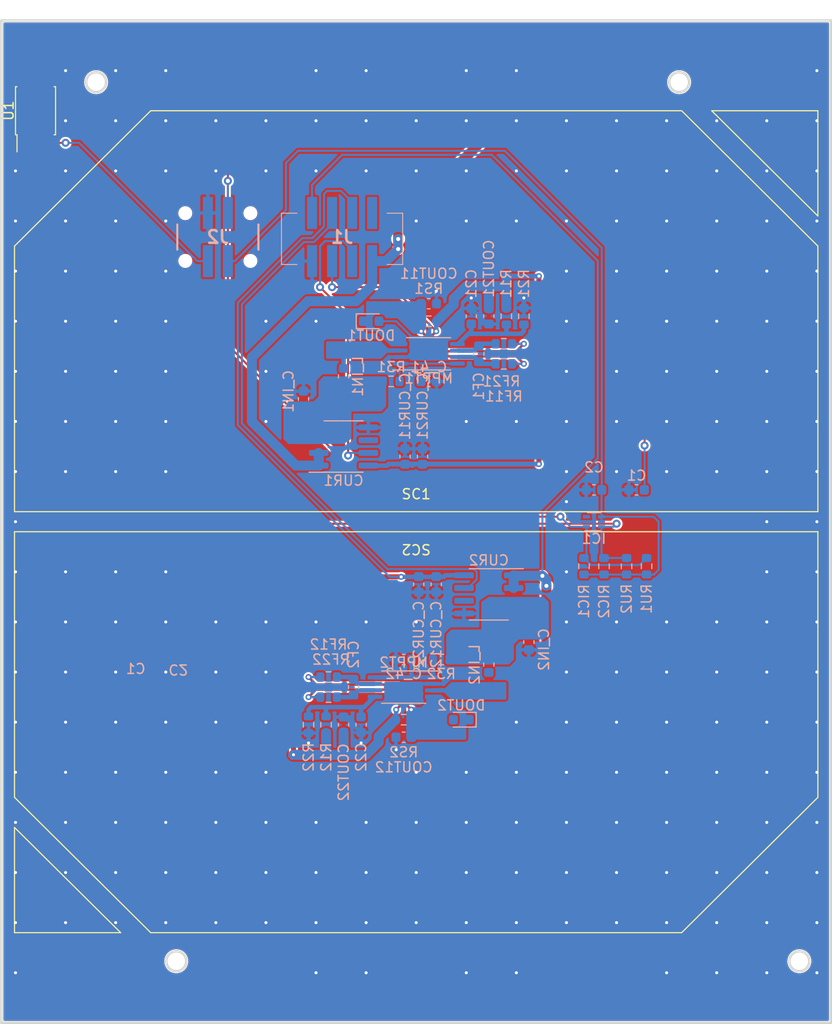
<source format=kicad_pcb>
(kicad_pcb (version 20211014) (generator pcbnew)
  (layers (0 "F.Cu" signal) (31 "B.Cu" signal) (34 "B.Paste" user) (35 "F.Paste" user) (36 "B.SilkS" user "B.Silkscreen") (37 "F.SilkS" user "F.Silkscreen") (38 "B.Mask" user) (39 "F.Mask" user) (44 "Edge.Cuts" user))
  (net 0 "")
  (net 1 "GND")
  (net 2 "/Sensors/VBAT")
  (net 3 "/+3V3")
  (net 4 "/SCL")
  (net 6 "/SDA")
  (net 7 "Net-(C21-Pad1)")
  (net 8 "Net-(C22-Pad1)")
  (net 9 "Net-(CF2-Pad1)")
  (net 10 "Net-(CF1-Pad1)")
  (net 11 "/SC1_V+")
  (net 12 "/SC1_I+")
  (net 13 "/MPPT1")
  (net 14 "Net-(CF1-Pad2)")
  (net 15 "/MPPT2")
  (net 16 "/SC2_I+")
  (net 17 "/SC2_V+")
  (net 18 "Net-(CF2-Pad2)")
  (net 21 "Net-(C_41-Pad2)")
  (net 22 "Net-(C_42-Pad2)")
  (net 23 "/SolarMPPT/MPPT1_OUT")
  (net 24 "/SolarMPPT/MPPT2_OUT")
  (net 25 "/SolarMPPT/CUR1_OUT")
  (net 26 "/SolarMPPT/CUR2_OUT")
  (net 27 "/SolarMPPT/MPPT1_IN")
  (net 28 "/SolarMPPT/MPPT2_IN")
  (net 29 "/TEMP+")
  (footprint "STS_Connector:3G30A_40x80" (layer "F.Cu") (at 125 110.5 180)
    (fp_text reference "SC2")
    (fp_text value "Solar_Cell")
  )
  (footprint "Package_SO:SO-4_4.4x3.6mm_P2.54mm" (layer "F.Cu") (at 87 48.5 90)
    (fp_text reference "U1")
    (fp_text value "GUVA-C32SM")
  )
  (footprint "USER_OUTLINE:OUTLINE_SidepanelY+" (layer "F.Cu") (at 125 89.5)
    (fp_text reference "Outline1" hide)
    (fp_text value "OUTLINE_Sidepanel")
    (fp_line (start -41.4 50) (end 41.4 50) (layer "Edge.Cuts") (width 0.25))
    (fp_line (start 41.4 -50) (end 41.4 50) (layer "Edge.Cuts") (width 0.25))
    (fp_line (start -41.4 -50) (end -41.4 50) (layer "Edge.Cuts") (width 0.25))
    (fp_line (start -41.4 -50) (end 41.4 -50) (layer "Edge.Cuts") (width 0.25))
    (fp_circle (center 26.25 -43.85) (end 27.25 -43.85) (layer "Edge.Cuts") (width 0.25) (fill none))
    (fp_circle (center -23.95 43.85) (end -22.95 43.85) (layer "Edge.Cuts") (width 0.25) (fill none))
    (fp_circle (center -31.95 -43.85) (end -30.95 -43.85) (layer "Edge.Cuts") (width 0.25) (fill none))
    (fp_circle (center 38.25 43.85) (end 39.25 43.85) (layer "Edge.Cuts") (width 0.25) (fill none))
  )
  (footprint "STS_Connector:3G30A_40x80" (layer "F.Cu") (at 125 68.5)
    (fp_text reference "SC1")
    (fp_text value "Solar_Cell")
  )
  (footprint "Resistor_SMD:R_0603_1608Metric" (layer "B.Cu") (at 114.25 109.75 90)
    (fp_text reference "R22")
    (fp_text value "tbd")
  )
  (footprint "Resistor_SMD:R_0603_1608Metric" (layer "B.Cu") (at 135.75 69 -90)
    (fp_text reference "R21")
    (fp_text value "tbd")
  )
  (footprint "Inductor_SMD:L_0603_1608Metric" (layer "B.Cu") (at 117.75 75 90)
    (fp_text reference "L_IN1")
    (fp_text value "10u")
  )
  (footprint "STS_Connector:M808280842" (layer "B.Cu") (at 117.6 61.1 180)
    (fp_text reference "J1")
    (fp_text value "Conn_02x04_Odd_Even" hide)
  )
  (footprint "Resistor_SMD:R_0603_1608Metric" (layer "B.Cu") (at 116.25 105)
    (fp_text reference "RF12")
    (fp_text value "1k")
  )
  (footprint "Capacitor_SMD:C_0603_1608Metric" (layer "B.Cu") (at 147 86.325 180)
    (fp_text reference "C1")
    (fp_text value "1u")
  )
  (footprint "Capacitor_SMD:C_0603_1608Metric" (layer "B.Cu") (at 142.75 86.325)
    (fp_text reference "C2")
    (fp_text value "1u")
  )
  (footprint "Capacitor_SMD:C_0603_1608Metric" (layer "B.Cu") (at 113.75 77.25 90)
    (fp_text reference "C_IN1")
    (fp_text value "10u")
  )
  (footprint "Package_TO_SOT_SMD:SOT-563" (layer "B.Cu") (at 142.75 89.5)
    (fp_text reference "IC1")
    (fp_text value "TMP112AQDRLRQ1")
  )
  (footprint "Resistor_SMD:R_0603_1608Metric" (layer "B.Cu") (at 116.25 107)
    (fp_text reference "RF22")
    (fp_text value "1k")
  )
  (footprint "Package_SO:SOIC-8_3.9x4.9mm_P1.27mm" (layer "B.Cu") (at 132.25 96.75 180)
    (fp_text reference "CUR2")
    (fp_text value "TMCS1101A3BQDT")
  )
  (footprint "Diode_SMD:D_0603_1608Metric" (layer "B.Cu") (at 129.5 109.25 180)
    (fp_text reference "DOUT2")
    (fp_text value "SMM4F5.0")
  )
  (footprint "Capacitor_SMD:C_0603_1608Metric" (layer "B.Cu") (at 117.75 109.75 90)
    (fp_text reference "COUT22")
    (fp_text value "10u")
  )
  (footprint "Capacitor_SMD:C_0603_1608Metric" (layer "B.Cu") (at 132.25 69 -90)
    (fp_text reference "COUT21")
    (fp_text value "10u")
  )
  (footprint "Capacitor_SMD:C_0603_1608Metric" (layer "B.Cu") (at 123.75 111 180)
    (fp_text reference "COUT12")
    (fp_text value "4u7")
  )
  (footprint "Resistor_SMD:R_0603_1608Metric" (layer "B.Cu") (at 134 69 90)
    (fp_text reference "R11")
    (fp_text value "1M")
  )
  (footprint "Capacitor_SMD:C_0603_1608Metric" (layer "B.Cu") (at 118.75 106 90)
    (fp_text reference "CF2")
    (fp_text value "1u")
  )
  (footprint "Capacitor_SMD:C_0603_1608Metric" (layer "B.Cu") (at 125.635 83 90)
    (fp_text reference "C_CUR21")
    (fp_text value "10u")
  )
  (footprint "Resistor_SMD:R_0603_1608Metric" (layer "B.Cu") (at 146 93.945 90)
    (fp_text reference "RU2")
    (fp_text value "4k7")
  )
  (footprint "Diode_SMD:D_0603_1608Metric" (layer "B.Cu") (at 120.5 69.5)
    (fp_text reference "DOUT1")
    (fp_text value "SMM4F5.0")
  )
  (footprint "Resistor_SMD:R_0603_1608Metric" (layer "B.Cu") (at 126.25 69.5 180)
    (fp_text reference "RS1")
    (fp_text value "0R01")
  )
  (footprint "Package_SO:TSSOP-8_4.4x3mm_P0.65mm" (layer "B.Cu") (at 126.25 72.75)
    (fp_text reference "MPPT1")
    (fp_text value "SPV1040TTR")
  )
  (footprint "Capacitor_SMD:C_0603_1608Metric" (layer "B.Cu") (at 127 95.75 90)
    (fp_text reference "C_CUR12")
    (fp_text value "100n")
  )
  (footprint "Capacitor_SMD:C_0603_1608Metric" (layer "B.Cu") (at 131.25 72.75 -90)
    (fp_text reference "CF1")
    (fp_text value "1u")
  )
  (footprint "Resistor_SMD:R_0603_1608Metric" (layer "B.Cu") (at 133.75 71.75 180)
    (fp_text reference "RF21")
    (fp_text value "1k")
  )
  (footprint "Capacitor_SMD:C_0603_1608Metric" (layer "B.Cu") (at 136.25 101.5 -90)
    (fp_text reference "C_IN2")
    (fp_text value "10u")
  )
  (footprint "Resistor_SMD:R_0603_1608Metric" (layer "B.Cu") (at 116 109.75 -90)
    (fp_text reference "R12")
    (fp_text value "1M")
  )
  (footprint "Capacitor_SMD:C_0603_1608Metric" (layer "B.Cu") (at 123.75 103.25)
    (fp_text reference "C_42")
    (fp_text value "100n")
  )
  (footprint "Resistor_SMD:R_0603_1608Metric" (layer "B.Cu") (at 148 93.945 90)
    (fp_text reference "RU1")
    (fp_text value "4k7")
  )
  (footprint "STS_Connector:M808280442" (layer "B.Cu") (at 105.2 61.1 180)
    (fp_text reference "J2")
    (fp_text value "Conn_02x02_Odd_Even" hide)
  )
  (footprint "Capacitor_SMD:C_0603_1608Metric" (layer "B.Cu") (at 123.885 83 -90)
    (fp_text reference "C_CUR11")
    (fp_text value "100n")
  )
  (footprint "Inductor_SMD:L_0603_1608Metric" (layer "B.Cu") (at 132.25 103.75 -90)
    (fp_text reference "L_IN2")
    (fp_text value "10u")
  )
  (footprint "Package_SO:SOIC-8_3.9x4.9mm_P1.27mm" (layer "B.Cu") (at 117.75 82)
    (fp_text reference "CUR1")
    (fp_text value "TMCS1101A3BQDT")
  )
  (footprint "Resistor_SMD:R_0603_1608Metric" (layer "B.Cu") (at 141.75 93.945 90)
    (fp_text reference "RIC1")
    (fp_text value "4k7")
  )
  (footprint "Resistor_SMD:R_0603_1608Metric" (layer "B.Cu") (at 122.5 75.5 180)
    (fp_text reference "R31")
    (fp_text value "1k")
  )
  (footprint "Package_SO:TSSOP-8_4.4x3mm_P0.65mm" (layer "B.Cu") (at 123.75 106 180)
    (fp_text reference "MPPT2")
    (fp_text value "SPV1040TTR")
  )
  (footprint "Capacitor_SMD:C_0603_1608Metric" (layer "B.Cu") (at 130.5 69 90)
    (fp_text reference "C21")
    (fp_text value "1n")
  )
  (footprint "Capacitor_SMD:C_0603_1608Metric" (layer "B.Cu") (at 119.5 109.75 -90)
    (fp_text reference "C22")
    (fp_text value "1n")
  )
  (footprint "Resistor_SMD:R_0603_1608Metric" (layer "B.Cu") (at 133.75 73.75 180)
    (fp_text reference "RF11")
    (fp_text value "1k")
  )
  (footprint "Resistor_SMD:R_0603_1608Metric" (layer "B.Cu") (at 127.5 103.25)
    (fp_text reference "R32")
    (fp_text value "1k")
  )
  (footprint "Capacitor_SMD:C_0603_1608Metric" (layer "B.Cu") (at 126.25 67.75)
    (fp_text reference "COUT11")
    (fp_text value "4u7")
  )
  (footprint "Resistor_SMD:R_0603_1608Metric" (layer "B.Cu") (at 123.75 109.25)
    (fp_text reference "RS2")
    (fp_text value "0R01")
  )
  (footprint "Capacitor_SMD:C_0603_1608Metric" (layer "B.Cu") (at 126.25 75.5 180)
    (fp_text reference "C_41")
    (fp_text value "100n")
  )
  (footprint "Resistor_SMD:R_0603_1608Metric" (layer "B.Cu") (at 143.75 93.945 90)
    (fp_text reference "RIC2")
    (fp_text value "4k7")
  )
  (footprint "Capacitor_SMD:C_0603_1608Metric" (layer "B.Cu") (at 125.25 95.75 -90)
    (fp_text reference "C_CUR22")
    (fp_text value "10u")
  )
  (gr_text "C2" (at 101.25 104.25 -180) (layer "B.SilkS") (effects (font (size 1 1)) (justify mirror)))
  (gr_text "C1" (at 97 104.18) (layer "B.SilkS") (effects (font (size 1 1)) (justify mirror)))
  (via (at 85 84.5) (size 0.6) (drill 0.3) (layers "F.Cu" "B.Cu") (net 1))
  (via (at 95 64.5) (size 0.6) (drill 0.3) (layers "F.Cu" "B.Cu") (net 1))
  (via (at 115 134.5) (size 0.6) (drill 0.3) (layers "F.Cu" "B.Cu") (net 1))
  (via (at 140 124.5) (size 0.6) (drill 0.3) (layers "F.Cu" "B.Cu") (net 1))
  (via (at 165 99.5) (size 0.6) (drill 0.3) (layers "F.Cu" "B.Cu") (net 1))
  (via (at 105 124.5) (size 0.6) (drill 0.3) (layers "F.Cu" "B.Cu") (net 1))
  (via (at 105 104.5) (size 0.6) (drill 0.3) (layers "F.Cu" "B.Cu") (net 1))
  (via (at 150 79.5) (size 0.6) (drill 0.3) (layers "F.Cu" "B.Cu") (net 1))
  (via (at 127 66.5) (size 0.6) (drill 0.3) (layers "F.Cu" "B.Cu") (net 1))
  (via (at 140 114.5) (size 0.6) (drill 0.3) (layers "F.Cu" "B.Cu") (net 1))
  (via (at 145 109.5) (size 0.6) (drill 0.3) (layers "F.Cu" "B.Cu") (net 1))
  (via (at 85 54.5) (size 0.6) (drill 0.3) (layers "F.Cu" "B.Cu") (net 1))
  (via (at 130 114.5) (size 0.6) (drill 0.3) (layers "F.Cu" "B.Cu") (net 1))
  (via (at 140 59.5) (size 0.6) (drill 0.3) (layers "F.Cu" "B.Cu") (net 1))
  (via (at 100 129.5) (size 0.6) (drill 0.3) (layers "F.Cu" "B.Cu") (net 1))
  (via (at 130 79.5) (size 0.6) (drill 0.3) (layers "F.Cu" "B.Cu") (net 1))
  (via (at 95 44.5) (size 0.6) (drill 0.3) (layers "F.Cu" "B.Cu") (net 1))
  (via (at 95 79.5) (size 0.6) (drill 0.3) (layers "F.Cu" "B.Cu") (net 1))
  (via (at 125 129.5) (size 0.6) (drill 0.3) (layers "F.Cu" "B.Cu") (net 1))
  (via (at 165 74.5) (size 0.6) (drill 0.3) (layers "F.Cu" "B.Cu") (net 1))
  (via (at 155 69.5) (size 0.6) (drill 0.3) (layers "F.Cu" "B.Cu") (net 1))
  (via (at 95 99.5) (size 0.6) (drill 0.3) (layers "F.Cu" "B.Cu") (net 1))
  (via (at 140 119.5) (size 0.6) (drill 0.3) (layers "F.Cu" "B.Cu") (net 1))
  (via (at 160 64.5) (size 0.6) (drill 0.3) (layers "F.Cu" "B.Cu") (net 1))
  (via (at 165 119.5) (size 0.6) (drill 0.3) (layers "F.Cu" "B.Cu") (net 1))
  (via (at 100 99.5) (size 0.6) (drill 0.3) (layers "F.Cu" "B.Cu") (net 1))
  (via (at 165 54.5) (size 0.6) (drill 0.3) (layers "F.Cu" "B.Cu") (net 1))
  (via (at 115 69.5) (size 0.6) (drill 0.3) (layers "F.Cu" "B.Cu") (net 1))
  (via (at 110 74.5) (size 0.6) (drill 0.3) (layers "F.Cu" "B.Cu") (net 1))
  (via (at 95 124.5) (size 0.6) (drill 0.3) (layers "F.Cu" "B.Cu") (net 1))
  (via (at 95 59.5) (size 0.6) (drill 0.3) (layers "F.Cu" "B.Cu") (net 1))
  (via (at 155 129.5) (size 0.6) (drill 0.3) (layers "F.Cu" "B.Cu") (net 1))
  (via (at 165 124.5) (size 0.6) (drill 0.3) (layers "F.Cu" "B.Cu") (net 1))
  (via (at 125 49.5) (size 0.6) (drill 0.3) (layers "F.Cu" "B.Cu") (net 1))
  (via (at 135 114.5) (size 0.6) (drill 0.3) (layers "F.Cu" "B.Cu") (net 1))
  (via (at 105 49.5) (size 0.6) (drill 0.3) (layers "F.Cu" "B.Cu") (net 1))
  (via (at 160 129.5) (size 0.6) (drill 0.3) (layers "F.Cu" "B.Cu") (net 1))
  (via (at 100 59.5) (size 0.6) (drill 0.3) (layers "F.Cu" "B.Cu") (net 1))
  (via (at 95 49.5) (size 0.6) (drill 0.3) (layers "F.Cu" "B.Cu") (net 1))
  (via (at 85 59.5) (size 0.6) (drill 0.3) (layers "F.Cu" "B.Cu") (net 1))
  (via (at 155 74.5) (size 0.6) (drill 0.3) (layers "F.Cu" "B.Cu") (net 1))
  (via (at 140 69.5) (size 0.6) (drill 0.3) (layers "F.Cu" "B.Cu") (net 1))
  (via (at 140 99.5) (size 0.6) (drill 0.3) (layers "F.Cu" "B.Cu") (net 1))
  (via (at 85 104.5) (size 0.6) (drill 0.3) (layers "F.Cu" "B.Cu") (net 1))
  (via (at 155 99.5) (size 0.6) (drill 0.3) (layers "F.Cu" "B.Cu") (net 1))
  (via (at 85 109.5) (size 0.6) (drill 0.3) (layers "F.Cu" "B.Cu") (net 1))
  (via (at 110 99.5) (size 0.6) (drill 0.3) (layers "F.Cu" "B.Cu") (net 1))
  (via (at 105 54.5) (size 0.6) (drill 0.3) (layers "F.Cu" "B.Cu") (net 1))
  (via (at 114.25 111.5745) (size 0.6) (drill 0.3) (layers "F.Cu" "B.Cu") (net 1))
  (via (at 110 79.5) (size 0.6) (drill 0.3) (layers "F.Cu" "B.Cu") (net 1))
  (via (at 85 79.5) (size 0.6) (drill 0.3) (layers "F.Cu" "B.Cu") (net 1))
  (via (at 150 134.5) (size 0.6) (drill 0.3) (layers "F.Cu" "B.Cu") (net 1))
  (via (at 95 94.5) (size 0.6) (drill 0.3) (layers "F.Cu" "B.Cu") (net 1))
  (via (at 155 84.5) (size 0.6) (drill 0.3) (layers "F.Cu" "B.Cu") (net 1))
  (via (at 145 119.5) (size 0.6) (drill 0.3) (layers "F.Cu" "B.Cu") (net 1))
  (via (at 100 44.5) (size 0.6) (drill 0.3) (layers "F.Cu" "B.Cu") (net 1))
  (via (at 130 49.5) (size 0.6) (drill 0.3) (layers "F.Cu" "B.Cu") (net 1))
  (via (at 120 44.5) (size 0.6) (drill 0.3) (layers "F.Cu" "B.Cu") (net 1))
  (via (at 150 69.5) (size 0.6) (drill 0.3) (layers "F.Cu" "B.Cu") (net 1))
  (via (at 85 134.5) (size 0.6) (drill 0.3) (layers "F.Cu" "B.Cu") (net 1))
  (via (at 110 109.5) (size 0.6) (drill 0.3) (layers "F.Cu" "B.Cu") (net 1))
  (via (at 160 54.5) (size 0.6) (drill 0.3) (layers "F.Cu" "B.Cu") (net 1))
  (via (at 160 74.5) (size 0.6) (drill 0.3) (layers "F.Cu" "B.Cu") (net 1))
  (via (at 155 59.5) (size 0.6) (drill 0.3) (layers "F.Cu" "B.Cu") (net 1))
  (via (at 120 124.5) (size 0.6) (drill 0.3) (layers "F.Cu" "B.Cu") (net 1))
  (via (at 95 74.5) (size 0.6) (drill 0.3) (layers "F.Cu" "B.Cu") (net 1))
  (via (at 110 129.5) (size 0.6) (drill 0.3) (layers "F.Cu" "B.Cu") (net 1))
  (via (at 165 79.5) (size 0.6) (drill 0.3) (layers "F.Cu" "B.Cu") (net 1))
  (via (at 95 69.5) (size 0.6) (drill 0.3) (layers "F.Cu" "B.Cu") (net 1))
  (via (at 90 49.5) (size 0.6) (drill 0.3) (layers "F.Cu" "B.Cu") (net 1))
  (via (at 145 64.5) (size 0.6) (drill 0.3) (layers "F.Cu" "B.Cu") (net 1))
  (via (at 140 84.5) (size 0.6) (drill 0.3) (layers "F.Cu" "B.Cu") (net 1))
  (via (at 119.5 111.5745) (size 0.6) (drill 0.3) (layers "F.Cu" "B.Cu") (net 1))
  (via (at 155 79.5) (size 0.6) (drill 0.3) (layers "F.Cu" "B.Cu") (net 1))
  (via (at 165 89.5) (size 0.6) (drill 0.3) (layers "F.Cu" "B.Cu") (net 1))
  (via (at 150 119.5) (size 0.6) (drill 0.3) (layers "F.Cu" "B.Cu") (net 1))
  (via (at 160 114.5) (size 0.6) (drill 0.3) (layers "F.Cu" "B.Cu") (net 1))
  (via (at 160 69.5) (size 0.6) (drill 0.3) (layers "F.Cu" "B.Cu") (net 1))
  (via (at 160 89.5) (size 0.6) (drill 0.3) (layers "F.Cu" "B.Cu") (net 1))
  (via (at 150 54.5) (size 0.6) (drill 0.3) (layers "F.Cu" "B.Cu") (net 1))
  (via (at 110 54.5) (size 0.6) (drill 0.3) (layers "F.Cu" "B.Cu") (net 1))
  (via (at 145 49.5) (size 0.6) (drill 0.3) (layers "F.Cu" "B.Cu") (net 1))
  (via (at 140 49.5) (size 0.6) (drill 0.3) (layers "F.Cu" "B.Cu") (net 1))
  (via (at 110 124.5) (size 0.6) (drill 0.3) (layers "F.Cu" "B.Cu") (net 1))
  (via (at 160 134.5) (size 0.6) (drill 0.3) (layers "F.Cu" "B.Cu") (net 1))
  (via (at 115 99.5) (size 0.6) (drill 0.3) (layers "F.Cu" "B.Cu") (net 1))
  (via (at 155 119.5) (size 0.6) (drill 0.3) (layers "F.Cu" "B.Cu") (net 1))
  (via (at 100 114.5) (size 0.6) (drill 0.3) (layers "F.Cu" "B.Cu") (net 1))
  (via (at 90 104.5) (size 0.6) (drill 0.3) (layers "F.Cu" "B.Cu") (net 1))
  (via (at 160 99.5) (size 0.6) (drill 0.3) (layers "F.Cu" "B.Cu") (net 1))
  (via (at 140 129.5) (size 0.6) (drill 0.3) (layers "F.Cu" "B.Cu") (net 1))
  (via (at 100 54.5) (size 0.6) (drill 0.3) (layers "F.Cu" "B.Cu") (net 1))
  (via (at 165 84.5) (size 0.6) (drill 0.3) (layers "F.Cu" "B.Cu") (net 1))
  (via (at 85 114.5) (size 0.6) (drill 0.3) (layers "F.Cu" "B.Cu") (net 1))
  (via (at 120 49.5) (size 0.6) (drill 0.3) (layers "F.Cu" "B.Cu") (net 1))
  (via (at 120 134.5) (size 0.6) (drill 0.3) (layers "F.Cu" "B.Cu") (net 1))
  (via (at 130 54.5) (size 0.6) (drill 0.3) (layers "F.Cu" "B.Cu") (net 1))
  (via (at 115 119.5) (size 0.6) (drill 0.3) (layers "F.Cu" "B.Cu") (net 1))
  (via (at 150 104.5) (size 0.6) (drill 0.3) (layers "F.Cu" "B.Cu") (net 1))
  (via (at 165 49.5) (size 0.6) (drill 0.3) (layers "F.Cu" "B.Cu") (net 1))
  (via (at 130 59.5) (size 0.6) (drill 0.3) (layers "F.Cu" "B.Cu") (net 1))
  (via (at 123 112.25) (size 0.6) (drill 0.3) (layers "F.Cu" "B.Cu") (net 1))
  (via (at 125 124.5) (size 0.6) (drill 0.3) (layers "F.Cu" "B.Cu") (net 1))
  (via (at 100 94.5) (size 0.6) (drill 0.3) (layers "F.Cu" "B.Cu") (net 1))
  (via (at 135.75 67.1755) (size 0.6) (drill 0.3) (layers "F.Cu" "B.Cu") (net 1))
  (via (at 165 114.5) (size 0.6) (drill 0.3) (layers "F.Cu" "B.Cu") (net 1))
  (via (at 125 54.5) (size 0.6) (drill 0.3) (layers "F.Cu" "B.Cu") (net 1))
  (via (at 140 109.5) (size 0.6) (drill 0.3) (layers "F.Cu" "B.Cu") (net 1))
  (via (at 135 49.5) (size 0.6) (drill 0.3) (layers "F.Cu" "B.Cu") (net 1))
  (via (at 120 129.5) (size 0.6) (drill 0.3) (layers "F.Cu" "B.Cu") (net 1))
  (via (at 155 109.5) (size 0.6) (drill 0.3) (layers "F.Cu" "B.Cu") (net 1))
  (via (at 155 64.5) (size 0.6) (drill 0.3) (layers "F.Cu" "B.Cu") (net 1))
  (via (at 90 79.5) (size 0.6) (drill 0.3) (layers "F.Cu" "B.Cu") (net 1))
  (via (at 110 119.5) (size 0.6) (drill 0.3) (layers "F.Cu" "B.Cu") (net 1))
  (via (at 115 129.5) (size 0.6) (drill 0.3) (layers "F.Cu" "B.Cu") (net 1))
  (via (at 135 134.5) (size 0.6) (drill 0.3) (layers "F.Cu" "B.Cu") (net 1))
  (via (at 160 119.5) (size 0.6) (drill 0.3) (layers "F.Cu" "B.Cu") (net 1))
  (via (at 90 114.5) (size 0.6) (drill 0.3) (layers "F.Cu" "B.Cu") (net 1))
  (via (at 115 54.5) (size 0.6) (drill 0.3) (layers "F.Cu" "B.Cu") (net 1))
  (via (at 135 129.5) (size 0.6) (drill 0.3) (layers "F.Cu" "B.Cu") (net 1))
  (via (at 120 119.5) (size 0.6) (drill 0.3) (layers "F.Cu" "B.Cu") (net 1))
  (via (at 140 87.5) (size 0.6) (drill 0.3) (layers "F.Cu" "B.Cu") (net 1))
  (via (at 135 119.5) (size 0.6) (drill 0.3) (layers "F.Cu" "B.Cu") (net 1))
  (via (at 100 79.5) (size 0.6) (drill 0.3) (layers "F.Cu" "B.Cu") (net 1))
  (via (at 150 129.5) (size 0.6) (drill 0.3) (layers "F.Cu" "B.Cu") (net 1))
  (via (at 115 49.5) (size 0.6) (drill 0.3) (layers "F.Cu" "B.Cu") (net 1))
  (via (at 145 99.5) (size 0.6) (drill 0.3) (layers "F.Cu" "B.Cu") (net 1))
  (via (at 150 109.5) (size 0.6) (drill 0.3) (layers "F.Cu" "B.Cu") (net 1))
  (via (at 125 114.5) (size 0.6) (drill 0.3) (layers "F.Cu" "B.Cu") (net 1))
  (via (at 160 79.5) (size 0.6) (drill 0.3) (layers "F.Cu" "B.Cu") (net 1))
  (via (at 160 109.5) (size 0.6) (drill 0.3) (layers "F.Cu" "B.Cu") (net 1))
  (via (at 90 69.5) (size 0.6) (drill 0.3) (layers "F.Cu" "B.Cu") (net 1))
  (via (at 150 99.5) (size 0.6) (drill 0.3) (layers "F.Cu" "B.Cu") (net 1))
  (via (at 85 124.5) (size 0.6) (drill 0.3) (layers "F.Cu" "B.Cu") (net 1))
  (via (at 145 124.5) (size 0.6) (drill 0.3) (layers "F.Cu" "B.Cu") (net 1))
  (via (at 140 79.5) (size 0.6) (drill 0.3) (layers "F.Cu" "B.Cu") (net 1))
  (via (at 160 104.5) (size 0.6) (drill 0.3) (layers "F.Cu" "B.Cu") (net 1))
  (via (at 90 59.5) (size 0.6) (drill 0.3) (layers "F.Cu" "B.Cu") (net 1))
  (via (at 150 124.5) (size 0.6) (drill 0.3) (layers "F.Cu" "B.Cu") (net 1))
  (via (at 90 44.5) (size 0.6) (drill 0.3) (layers "F.Cu" "B.Cu") (net 1))
  (via (at 145 104.5) (size 0.6) (drill 0.3) (layers "F.Cu" "B.Cu") (net 1))
  (via (at 155 114.5) (size 0.6) (drill 0.3) (layers "F.Cu" "B.Cu") (net 1))
  (via (at 110 104.5) (size 0.6) (drill 0.3) (layers "F.Cu" "B.Cu") (net 1))
  (via (at 165 69.5) (size 0.6) (drill 0.3) (layers "F.Cu" "B.Cu") (net 1))
  (via (at 85 74.5) (size 0.6) (drill 0.3) (layers "F.Cu" "B.Cu") (net 1))
  (via (at 85 129.5) (size 0.6) (drill 0.3) (layers "F.Cu" "B.Cu") (net 1))
  (via (at 90 54.5) (size 0.6) (drill 0.3) (layers "F.Cu" "B.Cu") (net 1))
  (via (at 145 84.5) (size 0.6) (drill 0.3) (layers "F.Cu" "B.Cu") (net 1))
  (via (at 100 104.5) (size 0.6) (drill 0.3) (layers "F.Cu" "B.Cu") (net 1))
  (via (at 125 59.5) (size 0.6) (drill 0.3) (layers "F.Cu" "B.Cu") (net 1))
  (via (at 95 109.5) (size 0.6) (drill 0.3) (layers "F.Cu" "B.Cu") (net 1))
  (via (at 150 84.5) (size 0.6) (drill 0.3) (layers "F.Cu" "B.Cu") (net 1))
  (via (at 125 99.5) (size 0.6) (drill 0.3) (layers "F.Cu" "B.Cu") (net 1))
  (via (at 100 119.5) (size 0.6) (drill 0.3) (layers "F.Cu" "B.Cu") (net 1))
  (via (at 150 49.5) (size 0.6) (drill 0.3) (layers "F.Cu" "B.Cu") (net 1))
  (via (at 140 104.5) (size 0.6) (drill 0.3) (layers "F.Cu" "B.Cu") (net 1))
  (via (at 85 119.5) (size 0.6) (drill 0.3) (layers "F.Cu" "B.Cu") (net 1))
  (via (at 130 134.5) (size 0.6) (drill 0.3) (layers "F.Cu" "B.Cu") (net 1))
  (via (at 110 49.5) (size 0.6) (drill 0.3) (layers "F.Cu" "B.Cu") (net 1))
  (via (at 105 109.5) (size 0.6) (drill 0.3) (layers "F.Cu" "B.Cu") (net 1))
  (via (at 155 104.5) (size 0.6) (drill 0.3) (layers "F.Cu" "B.Cu") (net 1))
  (via (at 145 59.5) (size 0.6) (drill 0.3) (layers "F.Cu" "B.Cu") (net 1))
  (via (at 130 129.5) (size 0.6) (drill 0.3) (layers "F.Cu" "B.Cu") (net 1))
  (via (at 160 49.5) (size 0.6) (drill 0.3) (layers "F.Cu" "B.Cu") (net 1))
  (via (at 85 64.5) (size 0.6) (drill 0.3) (layers "F.Cu" "B.Cu") (net 1))
  (via (at 140 74.5) (size 0.6) (drill 0.3) (layers "F.Cu" "B.Cu") (net 1))
  (via (at 90 124.5) (size 0.6) (drill 0.3) (layers "F.Cu" "B.Cu") (net 1))
  (via (at 145 129.5) (size 0.6) (drill 0.3) (layers "F.Cu" "B.Cu") (net 1))
  (via (at 100 124.5) (size 0.6) (drill 0.3) (layers "F.Cu" "B.Cu") (net 1))
  (via (at 110 114.5) (size 0.6) (drill 0.3) (layers "F.Cu" "B.Cu") (net 1))
  (via (at 165 109.5) (size 0.6) (drill 0.3) (layers "F.Cu" "B.Cu") (net 1))
  (via (at 130.5 67.1755) (size 0.6) (drill 0.3) (layers "F.Cu" "B.Cu") (net 1))
  (via (at 115 44.5) (size 0.6) (drill 0.3) (layers "F.Cu" "B.Cu") (net 1))
  (via (at 105 129.5) (size 0.6) (drill 0.3) (layers "F.Cu" "B.Cu") (net 1))
  (via (at 105 114.5) (size 0.6) (drill 0.3) (layers "F.Cu" "B.Cu") (net 1))
  (via (at 95 84.5) (size 0.6) (drill 0.3) (layers "F.Cu" "B.Cu") (net 1))
  (via (at 140 54.5) (size 0.6) (drill 0.3) (layers "F.Cu" "B.Cu") (net 1))
  (via (at 85 89.5) (size 0.6) (drill 0.3) (layers "F.Cu" "B.Cu") (net 1))
  (via (at 85 69.5) (size 0.6) (drill 0.3) (layers "F.Cu" "B.Cu") (net 1))
  (via (at 165 94.5) (size 0.6) (drill 0.3) (layers "F.Cu" "B.Cu") (net 1))
  (via (at 140 64.5) (size 0.6) (drill 0.3) (layers "F.Cu" "B.Cu") (net 1))
  (via (at 125 119.5) (size 0.6) (drill 0.3) (layers "F.Cu" "B.Cu") (net 1))
  (via (at 105 99.5) (size 0.6) (drill 0.3) (layers "F.Cu" "B.Cu") (net 1))
  (via (at 90 99.5) (size 0.6) (drill 0.3) (layers "F.Cu" "B.Cu") (net 1))
  (via (at 130 44.5) (size 0.6) (drill 0.3) (layers "F.Cu" "B.Cu") (net 1))
  (via (at 100 69.5) (size 0.6) (drill 0.3) (layers "F.Cu" "B.Cu") (net 1))
  (via (at 135 44.5) (size 0.6) (drill 0.3) (layers "F.Cu" "B.Cu") (net 1))
  (via (at 145 74.5) (size 0.6) (drill 0.3) (layers "F.Cu" "B.Cu") (net 1))
  (via (at 95 104.5) (size 0.6) (drill 0.3) (layers "F.Cu" "B.Cu") (net 1))
  (via (at 165 104.5) (size 0.6) (drill 0.3) (layers "F.Cu" "B.Cu") (net 1))
  (via (at 100 64.5) (size 0.6) (drill 0.3) (layers "F.Cu" "B.Cu") (net 1))
  (via (at 155 49.5) (size 0.6) (drill 0.3) (layers "F.Cu" "B.Cu") (net 1))
  (via (at 90 74.5) (size 0.6) (drill 0.3) (layers "F.Cu" "B.Cu") (net 1))
  (via (at 100 49.5) (size 0.6) (drill 0.3) (layers "F.Cu" "B.Cu") (net 1))
  (via (at 85 99.5) (size 0.6) (drill 0.3) (layers "F.Cu" "B.Cu") (net 1))
  (via (at 120 99.5) (size 0.6) (drill 0.3) (layers "F.Cu" "B.Cu") (net 1))
  (via (at 150 74.5) (size 0.6) (drill 0.3) (layers "F.Cu" "B.Cu") (net 1))
  (via (at 100 109.5) (size 0.6) (drill 0.3) (layers "F.Cu" "B.Cu") (net 1))
  (via (at 145 79.5) (size 0.6) (drill 0.3) (layers "F.Cu" "B.Cu") (net 1))
  (via (at 90 119.5) (size 0.6) (drill 0.3) (layers "F.Cu" "B.Cu") (net 1))
  (via (at 145 114.5) (size 0.6) (drill 0.3) (layers "F.Cu" "B.Cu") (net 1))
  (via (at 110 69.5) (size 0.6) (drill 0.3) (layers "F.Cu" "B.Cu") (net 1))
  (via (at 130 124.5) (size 0.6) (drill 0.3) (layers "F.Cu" "B.Cu") (net 1))
  (via (at 135 54.5) (size 0.6) (drill 0.3) (layers "F.Cu" "B.Cu") (net 1))
  (via (at 90 94.5) (size 0.6) (drill 0.3) (layers "F.Cu" "B.Cu") (net 1))
  (via (at 130 119.5) (size 0.6) (drill 0.3) (layers "F.Cu" "B.Cu") (net 1))
  (via (at 135 59.5) (size 0.6) (drill 0.3) (layers "F.Cu" "B.Cu") (net 1))
  (via (at 90 64.5) (size 0.6) (drill 0.3) (layers "F.Cu" "B.Cu") (net 1))
  (via (at 145 54.5) (size 0.6) (drill 0.3) (layers "F.Cu" "B.Cu") (net 1))
  (via (at 150 59.5) (size 0.6) (drill 0.3) (layers "F.Cu" "B.Cu") (net 1))
  (via (at 155 54.5) (size 0.6) (drill 0.3) (layers "F.Cu" "B.Cu") (net 1))
  (via (at 135 124.5) (size 0.6) (drill 0.3) (layers "F.Cu" "B.Cu") (net 1))
  (via (at 160 94.5) (size 0.6) (drill 0.3) (layers "F.Cu" "B.Cu") (net 1))
  (via (at 100 84.5) (size 0.6) (drill 0.3) (layers "F.Cu" "B.Cu") (net 1))
  (via (at 150 114.5) (size 0.6) (drill 0.3) (layers "F.Cu" "B.Cu") (net 1))
  (via (at 135 109.5) (size 0.6) (drill 0.3) (layers "F.Cu" "B.Cu") (net 1))
  (via (at 160 84.5) (size 0.6) (drill 0.3) (layers "F.Cu" "B.Cu") (net 1))
  (via (at 95 119.5) (size 0.6) (drill 0.3) (layers "F.Cu" "B.Cu") (net 1))
  (via (at 135 79.5) (size 0.6) (drill 0.3) (layers "F.Cu" "B.Cu") (net 1))
  (via (at 160 124.5) (size 0.6) (drill 0.3) (layers "F.Cu" "B.Cu") (net 1))
  (via (at 95 54.5) (size 0.6) (drill 0.3) (layers "F.Cu" "B.Cu") (net 1))
  (via (at 90 109.5) (size 0.6) (drill 0.3) (layers "F.Cu" "B.Cu") (net 1))
  (via (at 155 134.5) (size 0.6) (drill 0.3) (layers "F.Cu" "B.Cu") (net 1))
  (via (at 90 84.5) (size 0.6) (drill 0.3) (layers "F.Cu" "B.Cu") (net 1))
  (via (at 90 129.5) (size 0.6) (drill 0.3) (layers "F.Cu" "B.Cu") (net 1))
  (via (at 115 124.5) (size 0.6) (drill 0.3) (layers "F.Cu" "B.Cu") (net 1))
  (via (at 165 59.5) (size 0.6) (drill 0.3) (layers "F.Cu" "B.Cu") (net 1))
  (via (at 150 64.5) (size 0.6) (drill 0.3) (layers "F.Cu" "B.Cu") (net 1))
  (via (at 165 64.5) (size 0.6) (drill 0.3) (layers "F.Cu" "B.Cu") (net 1))
  (via (at 140 94.5) (size 0.6) (drill 0.3) (layers "F.Cu" "B.Cu") (net 1))
  (via (at 165 129.5) (size 0.6) (drill 0.3) (layers "F.Cu" "B.Cu") (net 1))
  (via (at 95 129.5) (size 0.6) (drill 0.3) (layers "F.Cu" "B.Cu") (net 1))
  (via (at 145 69.5) (size 0.6) (drill 0.3) (layers "F.Cu" "B.Cu") (net 1))
  (via (at 165 44.5) (size 0.6) (drill 0.3) (layers "F.Cu" "B.Cu") (net 1))
  (via (at 105 119.5) (size 0.6) (drill 0.3) (layers "F.Cu" "B.Cu") (net 1))
  (via (at 160 59.5) (size 0.6) (drill 0.3) (layers "F.Cu" "B.Cu") (net 1))
  (via (at 95 114.5) (size 0.6) (drill 0.3) (layers "F.Cu" "B.Cu") (net 1))
  (via (at 100 74.5) (size 0.6) (drill 0.3) (layers "F.Cu" "B.Cu") (net 1))
  (via (at 120 54.5) (size 0.6) (drill 0.3) (layers "F.Cu" "B.Cu") (net 1))
  (via (at 85 94.5) (size 0.6) (drill 0.3) (layers "F.Cu" "B.Cu") (net 1))
  (via (at 165 134.5) (size 0.6) (drill 0.3) (layers "F.Cu" "B.Cu") (net 1))
  (via (at 150 69.5) (size 0.6) (drill 0.3) (layers "F.Cu" "B.Cu") (net 1))
  (via (at 155 124.5) (size 0.6) (drill 0.3) (layers "F.Cu" "B.Cu") (net 1))
  (segment (start 119.5 110.525) (end 119.5 111.5745) (width 0.45) (layer "B.Cu") (net 1))
  (segment (start 117.95 108.975) (end 119.5 110.525) (width 0.45) (layer "B.Cu") (net 1))
  (segment (start 135.75 68.175) (end 135.75 67.1755) (width 0.45) (layer "B.Cu") (net 1))
  (segment (start 121.2875 69.5) (end 123 69.5) (width 0.2) (layer "B.Cu") (net 1))
  (segment (start 124.6 72.515006) (end 124.040006 73.075) (width 0.2) (layer "B.Cu") (net 1))
  (segment (start 132.25 69.775) (end 132.05 69.775) (width 0.45) (layer "B.Cu") (net 1))
  (segment (start 124.040006 73.075) (end 123.3875 73.075) (width 0.2) (layer "B.Cu") (net 1))
  (segment (start 114.25 110.575) (end 114.25 111.5745) (width 0.45) (layer "B.Cu") (net 1))
  (segment (start 123 69.5) (end 124.6 71.1) (width 0.2) (layer "B.Cu") (net 1))
  (segment (start 130.5 68.225) (end 130.5 67.1755) (width 0.45) (layer "B.Cu") (net 1))
  (segment (start 124.6 71.1) (end 124.6 72.515006) (width 0.2) (layer "B.Cu") (net 1))
  (segment (start 132.05 69.775) (end 130.5 68.225) (width 0.45) (layer "B.Cu") (net 1))
  (segment (start 117.75 108.975) (end 117.95 108.975) (width 0.45) (layer "B.Cu") (net 1))
  (segment (start 85.73 45.35) (end 88.87952 42.20048) (width 0.2) (layer "F.Cu") (net 2))
  (segment (start 147.8 45.802151) (end 147.8 81.9) (width 0.2) (layer "F.Cu") (net 2))
  (segment (start 144.198329 42.20048) (end 147.8 45.802151) (width 0.2) (layer "F.Cu") (net 2))
  (segment (start 88.87952 42.20048) (end 144.198329 42.20048) (width 0.2) (layer "F.Cu") (net 2))
  (via (at 147.8 81.9) (size 0.8) (drill 0.4) (layers "F.Cu" "B.Cu") (net 2))
  (segment (start 147.8 81.9) (end 147.8 86.3) (width 0.2) (layer "B.Cu") (net 2))
  (segment (start 147.8 86.3) (end 147.775 86.325) (width 0.2) (layer "B.Cu") (net 2))
  (segment (start 149.2 89.5) (end 149.2 94.3) (width 0.2) (layer "B.Cu") (net 3))
  (segment (start 112 58.4) (end 112 53.7) (width 0.2) (layer "B.Cu") (net 3))
  (segment (start 106.2 63.5) (end 106.9 63.5) (width 0.2) (layer "B.Cu") (net 3))
  (segment (start 112 53.7) (end 113.2 52.5) (width 0.2) (layer "B.Cu") (net 3))
  (segment (start 141.75 94.77) (end 148 94.77) (width 0.2) (layer "B.Cu") (net 3))
  (segment (start 143.5 86.35) (end 143.525 86.325) (width 0.2) (layer "B.Cu") (net 3))
  (segment (start 133.847838 52.5) (end 143.525 62.177162) (width 0.2) (layer "B.Cu") (net 3))
  (segment (start 148.7 89) (end 149.2 89.5) (width 0.2) (layer "B.Cu") (net 3))
  (segment (start 143.525 62.177162) (end 143.525 86.325) (width 0.2) (layer "B.Cu") (net 3))
  (segment (start 106.9 63.5) (end 112 58.4) (width 0.2) (layer "B.Cu") (net 3))
  (segment (start 113.2 52.5) (end 133.847838 52.5) (width 0.2) (layer "B.Cu") (net 3))
  (segment (start 143.5 89) (end 148.7 89) (width 0.2) (layer "B.Cu") (net 3))
  (segment (start 148.73 94.77) (end 149.2 94.3) (width 0.2) (layer "B.Cu") (net 3))
  (segment (start 143.5 89.5) (end 143.5 86.35) (width 0.2) (layer "B.Cu") (net 3))
  (segment (start 148 94.77) (end 148.73 94.77) (width 0.2) (layer "B.Cu") (net 3))
  (segment (start 95.8 52.9) (end 105 52.9) (width 0.2) (layer "F.Cu") (net 4))
  (segment (start 123.311241 89.0005) (end 106.2 71.889259) (width 0.2) (layer "F.Cu") (net 4))
  (segment (start 106.2 54.1) (end 106.2 55.5) (width 0.2) (layer "F.Cu") (net 4))
  (segment (start 105 52.9) (end 106.2 54.1) (width 0.2) (layer "F.Cu") (net 4))
  (segment (start 88.27 45.37) (end 95.8 52.9) (width 0.2) (layer "F.Cu") (net 4))
  (segment (start 139.4 89.0005) (end 123.311241 89.0005) (width 0.2) (layer "F.Cu") (net 4))
  (segment (start 106.2 71.889259) (end 106.2 55.5) (width 0.2) (layer "F.Cu") (net 4))
  (segment (start 88.27 45.35) (end 88.27 45.37) (width 0.2) (layer "F.Cu") (net 4))
  (via (at 106.2 55.5) (size 0.8) (drill 0.4) (layers "F.Cu" "B.Cu") (net 4))
  (via (at 139.4 89.0005) (size 0.8) (drill 0.4) (layers "F.Cu" "B.Cu") (net 4))
  (segment (start 106.2 58.7) (end 106.2 55.5) (width 0.2) (layer "B.Cu") (net 4))
  (segment (start 148 93.12) (end 147.30048 93.81952) (width 0.2) (layer "B.Cu") (net 4))
  (segment (start 142 90) (end 142 92.87) (width 0.2) (layer "B.Cu") (net 4))
  (segment (start 140.3995 90) (end 139.4 89.0005) (width 0.2) (layer "B.Cu") (net 4))
  (segment (start 147.30048 93.81952) (end 142.44952 93.81952) (width 0.2) (layer "B.Cu") (net 4))
  (segment (start 142 92.87) (end 141.75 93.12) (width 0.2) (layer "B.Cu") (net 4))
  (segment (start 142 90) (end 140.3995 90) (width 0.2) (layer "B.Cu") (net 4))
  (segment (start 142.44952 93.81952) (end 141.75 93.12) (width 0.2) (layer "B.Cu") (net 4))
  (segment (start 88.27 85.57) (end 92.4 89.7) (width 0.2) (layer "F.Cu") (net 6))
  (segment (start 90 51.7) (end 88.32 51.7) (width 0.2) (layer "F.Cu") (net 6))
  (segment (start 88.27 51.65) (end 88.27 85.57) (width 0.2) (layer "F.Cu") (net 6))
  (segment (start 88.32 51.7) (end 88.27 51.65) (width 0.2) (layer "F.Cu") (net 6))
  (segment (start 92.4 89.7) (end 145 89.7) (width 0.2) (layer "F.Cu") (net 6))
  (via (at 145 89.7) (size 0.8) (drill 0.4) (layers "F.Cu" "B.Cu") (net 6))
  (via (at 90 51.7) (size 0.8) (drill 0.4) (layers "F.Cu" "B.Cu") (net 6))
  (segment (start 143.75 93.12) (end 143.5 92.87) (width 0.2) (layer "B.Cu") (net 6))
  (segment (start 143.5 92.87) (end 143.5 90) (width 0.2) (layer "B.Cu") (net 6))
  (segment (start 104.2 63.5) (end 103.152162 63.5) (width 0.2) (layer "B.Cu") (net 6))
  (segment (start 145 89.7) (end 144.7 90) (width 0.2) (layer "B.Cu") (net 6))
  (segment (start 91.352162 51.7) (end 90 51.7) (width 0.2) (layer "B.Cu") (net 6))
  (segment (start 146 93.12) (end 143.75 93.12) (width 0.2) (layer "B.Cu") (net 6))
  (segment (start 144.7 90) (end 143.5 90) (width 0.2) (layer "B.Cu") (net 6))
  (segment (start 103.152162 63.5) (end 91.352162 51.7) (width 0.2) (layer "B.Cu") (net 6))
  (segment (start 130.5 69.775) (end 130.5 70.75) (width 0.45) (layer "B.Cu") (net 7))
  (segment (start 130.213 70.75) (end 130.5 70.75) (width 0.45) (layer "B.Cu") (net 7))
  (segment (start 130.5 70.75) (end 134 70.75) (width 0.45) (layer "B.Cu") (net 7))
  (segment (start 135.75 70.5) (end 135.75 69.825) (width 0.45) (layer "B.Cu") (net 7))
  (segment (start 135.5 70.75) (end 135.75 70.5) (width 0.45) (layer "B.Cu") (net 7))
  (segment (start 134 70.75) (end 135.5 70.75) (width 0.45) (layer "B.Cu") (net 7))
  (segment (start 134 69.825) (end 134 70.75) (width 0.45) (layer "B.Cu") (net 7))
  (segment (start 129.188 71.775) (end 130.213 70.75) (width 0.45) (layer "B.Cu") (net 7))
  (segment (start 116 108.925) (end 116 108) (width 0.45) (layer "B.Cu") (net 8))
  (segment (start 114.25 108.25) (end 114.25 108.925) (width 0.45) (layer "B.Cu") (net 8))
  (segment (start 119.5 108.975) (end 119.5 108) (width 0.45) (layer "B.Cu") (net 8))
  (segment (start 119.5 108) (end 116 108) (width 0.45) (layer "B.Cu") (net 8))
  (segment (start 114.5 108) (end 114.25 108.25) (width 0.45) (layer "B.Cu") (net 8))
  (segment (start 116 108) (end 114.5 108) (width 0.45) (layer "B.Cu") (net 8))
  (segment (start 120.812 106.975) (end 119.787 108) (width 0.45) (layer "B.Cu") (net 8))
  (segment (start 119.787 108) (end 119.5 108) (width 0.45) (layer "B.Cu") (net 8))
  (segment (start 120.812 106.325) (end 119.2 106.325) (width 0.45) (layer "B.Cu") (net 9))
  (segment (start 118.525 107) (end 118.75 106.775) (width 0.45) (layer "B.Cu") (net 9))
  (segment (start 119.2 106.325) (end 118.75 106.775) (width 0.45) (layer "B.Cu") (net 9))
  (segment (start 117.075 107) (end 118.525 107) (width 0.45) (layer "B.Cu") (net 9))
  (segment (start 129.188 72.425) (end 130.8 72.425) (width 0.45) (layer "B.Cu") (net 10))
  (segment (start 132.925 71.75) (end 131.475 71.75) (width 0.45) (layer "B.Cu") (net 10))
  (segment (start 131.475 71.75) (end 131.25 71.975) (width 0.45) (layer "B.Cu") (net 10))
  (segment (start 130.8 72.425) (end 131.25 71.975) (width 0.45) (layer "B.Cu") (net 10))
  (segment (start 141 45.5) (end 137.586477 45.5) (width 1) (layer "F.Cu") (net 11))
  (segment (start 137.586477 45.5) (end 123.2 59.886477) (width 1) (layer "F.Cu") (net 11))
  (segment (start 123.2 59.886477) (end 123.2 61.3) (width 1) (layer "F.Cu") (net 11))
  (via (at 123.2 62.3) (size 0.8) (drill 0.4) (layers "F.Cu" "B.Cu") (net 11))
  (via (at 123.2 61.3) (size 0.8) (drill 0.4) (layers "F.Cu" "B.Cu") (net 11))
  (segment (start 120.6 63.5) (end 120.6 65.9) (width 1) (layer "B.Cu") (net 11))
  (segment (start 115.275 83.905) (end 115.275 82.635) (width 1) (layer "B.Cu") (net 11))
  (segment (start 120.6 65.9) (end 119 67.5) (width 1) (layer "B.Cu") (net 11))
  (segment (start 114.2 67.5) (end 108.6 73.1) (width 1) (layer "B.Cu") (net 11))
  (segment (start 120.6 63.5) (end 122 63.5) (width 1) (layer "B.Cu") (net 11))
  (segment (start 112.991477 83.905) (end 115.275 83.905) (width 1) (layer "B.Cu") (net 11))
  (segment (start 122 63.5) (end 123.2 62.3) (width 1) (layer "B.Cu") (net 11))
  (segment (start 108.6 79.513523) (end 112.991477 83.905) (width 1) (layer "B.Cu") (net 11))
  (segment (start 119 67.5) (end 114.2 67.5) (width 1) (layer "B.Cu") (net 11))
  (segment (start 123.2 62.3) (end 123.2 61.3) (width 1) (layer "B.Cu") (net 11))
  (segment (start 108.6 73.1) (end 108.6 79.513523) (width 1) (layer "B.Cu") (net 11))
  (segment (start 118.2 68.9) (end 118.2 82.9) (width 0.2) (layer "F.Cu") (net 12))
  (segment (start 115.4 66.1) (end 118.2 68.9) (width 0.2) (layer "F.Cu") (net 12))
  (via (at 118.2 82.9) (size 0.8) (drill 0.4) (layers "F.Cu" "B.Cu") (net 12))
  (via (at 115.4 66.1) (size 0.8) (drill 0.4) (layers "F.Cu" "B.Cu") (net 12))
  (segment (start 118.6 62.4) (end 117.7 61.5) (width 0.2) (layer "B.Cu") (net 12))
  (segment (start 115.900978 61.5) (end 115.6 61.800978) (width 0.2) (layer "B.Cu") (net 12))
  (segment (start 117.7 61.5) (end 115.900978 61.5) (width 0.2) (layer "B.Cu") (net 12))
  (segment (start 118.6 63.5) (end 118.6 62.4) (width 0.2) (layer "B.Cu") (net 12))
  (segment (start 115.4 62.000978) (end 115.4 66.1) (width 0.2) (layer "B.Cu") (net 12))
  (segment (start 118.465 82.635) (end 120.225 82.635) (width 0.2) (layer "B.Cu") (net 12))
  (segment (start 118.2 82.9) (end 118.465 82.635) (width 0.2) (layer "B.Cu") (net 12))
  (segment (start 115.6 61.800978) (end 115.4 62.000978) (width 0.2) (layer "B.Cu") (net 12))
  (segment (start 126.5 71.875) (end 126.5 71) (width 0.25) (layer "F.Cu") (net 13))
  (segment (start 135 72.5) (end 127.125 72.5) (width 0.25) (layer "F.Cu") (net 13))
  (segment (start 127.125 72.5) (end 126.5 71.875) (width 0.25) (layer "F.Cu") (net 13))
  (segment (start 135.75 71.75) (end 135 72.5) (width 0.25) (layer "F.Cu") (net 13))
  (segment (start 137.25 83.75) (end 137.25 65) (width 0.5) (layer "F.Cu") (net 13))
  (segment (start 122.6 66.1) (end 127 70.5) (width 0.2) (layer "F.Cu") (net 13))
  (segment (start 126.5 71) (end 127 70.5) (width 0.25) (layer "F.Cu") (net 13))
  (segment (start 116.6 66.1) (end 122.6 66.1) (width 0.2) (layer "F.Cu") (net 13))
  (via (at 116.6 66.1) (size 0.8) (drill 0.4) (layers "F.Cu" "B.Cu") (net 13))
  (via (at 127 70.5) (size 0.6) (drill 0.3) (layers "F.Cu" "B.Cu") (net 13))
  (via (at 135.75 71.75) (size 0.6) (drill 0.3) (layers "F.Cu" "B.Cu") (net 13))
  (via (at 137.25 65) (size 0.6) (drill 0.3) (layers "F.Cu" "B.Cu") (net 13))
  (via (at 137.25 83.75) (size 0.6) (drill 0.3) (layers "F.Cu" "B.Cu") (net 13))
  (segment (start 122.095 83.905) (end 122.25 83.75) (width 0.45) (layer "B.Cu") (net 13))
  (segment (start 132.25 68.225) (end 132.25 66) (width 1) (layer "B.Cu") (net 13))
  (segment (start 128.75 67.825) (end 128.75 67.25) (width 1) (layer "B.Cu") (net 13))
  (segment (start 127.075 69.5) (end 128.75 67.825) (width 1) (layer "B.Cu") (net 13))
  (segment (start 127 70.5) (end 127 69.575) (width 0.45) (layer "B.Cu") (net 13))
  (segment (start 134 68.175) (end 134 66) (width 1) (layer "B.Cu") (net 13))
  (segment (start 134 66) (end 134 65) (width 1) (layer "B.Cu") (net 13))
  (segment (start 124.62 83.905) (end 124.75 83.775) (width 0.5) (layer "B.Cu") (net 13))
  (segment (start 137.25 83.75) (end 122.25 83.75) (width 0.5) (layer "B.Cu") (net 13))
  (segment (start 130 66) (end 134 66) (width 1) (layer "B.Cu") (net 13))
  (segment (start 127 69.575) (end 127.075 69.5) (width 0.45) (layer "B.Cu") (net 13))
  (segment (start 120.461 83.905) (end 122.095 83.905) (width 0.45) (layer "B.Cu") (net 13))
  (segment (start 116.6 63.5) (end 116.6 66.1) (width 0.2) (layer "B.Cu") (net 13))
  (segment (start 137.25 65) (end 134 65) (width 0.5) (layer "B.Cu") (net 13))
  (segment (start 134.575 71.75) (end 135.75 71.75) (width 0.25) (layer "B.Cu") (net 13))
  (segment (start 128.75 67.25) (end 130 66) (width 1) (layer "B.Cu") (net 13))
  (segment (start 130.8 73.075) (end 131.25 73.525) (width 0.45) (layer "B.Cu") (net 14))
  (segment (start 132.925 73.75) (end 131.475 73.75) (width 0.45) (layer "B.Cu") (net 14))
  (segment (start 129.188 73.075) (end 130.8 73.075) (width 0.45) (layer "B.Cu") (net 14))
  (segment (start 131.475 73.75) (end 131.25 73.525) (width 0.45) (layer "B.Cu") (net 14))
  (segment (start 131.275 73.5) (end 131.25 73.525) (width 0.45) (layer "B.Cu") (net 14))
  (segment (start 115 95) (end 112.75 97.25) (width 0.5) (layer "F.Cu") (net 15))
  (segment (start 122.875 106.25) (end 123.5 106.875) (width 0.25) (layer "F.Cu") (net 15))
  (segment (start 115 106.25) (end 122.875 106.25) (width 0.25) (layer "F.Cu") (net 15))
  (segment (start 114.25 107) (end 115 106.25) (width 0.25) (layer "F.Cu") (net 15))
  (segment (start 112.75 97.25) (end 112.75 112.75) (width 0.5) (layer "F.Cu") (net 15))
  (segment (start 123.5 95) (end 115 95) (width 0.5) (layer "F.Cu") (net 15))
  (segment (start 123.5 107.75) (end 123 108.25) (width 0.25) (layer "F.Cu") (net 15))
  (segment (start 123.5 106.875) (end 123.5 107.75) (width 0.25) (layer "F.Cu") (net 15))
  (via (at 123.5 95) (size 0.6) (drill 0.3) (layers "F.Cu" "B.Cu") (net 15))
  (via (at 123 108.25) (size 0.6) (drill 0.3) (layers "F.Cu" "B.Cu") (net 15))
  (via (at 114.25 107) (size 0.6) (drill 0.3) (layers "F.Cu" "B.Cu") (net 15))
  (via (at 112.75 112.75) (size 0.6) (drill 0.3) (layers "F.Cu" "B.Cu") (net 15))
  (segment (start 123 109.175) (end 122.925 109.25) (width 0.45) (layer "B.Cu") (net 15))
  (segment (start 118.6 58.7) (end 118.6 57.6) (width 0.2) (layer "B.Cu") (net 15))
  (segment (start 123 108.25) (end 123 109.175) (width 0.45) (layer "B.Cu") (net 15))
  (segment (start 115.8 60.034994) (end 114.634025 61.200969) (width 0.2) (layer "B.Cu") (net 15))
  (segment (start 116 110.575) (end 116 112.75) (width 1) (layer "B.Cu") (net 15))
  (segment (start 127.75 95) (end 127.905 94.845) (width 0.45) (layer "B.Cu") (net 15))
  (segment (start 127.905 94.845) (end 129.539 94.845) (width 0.45) (layer "B.Cu") (net 15))
  (segment (start 122.925 109.25) (end 121.25 110.925) (width 1) (layer "B.Cu") (net 15))
  (segment (start 114.634025 61.200969) (end 113.635003 61.200969) (width 0.2) (layer "B.Cu") (net 15))
  (segment (start 107.200481 79.865487) (end 122.334994 95) (width 0.2) (layer "B.Cu") (net 15))
  (segment (start 122.334994 95) (end 123.5 95) (width 0.2) (layer "B.Cu") (net 15))
  (segment (start 116.100978 56.5) (end 115.8 56.800978) (width 0.2) (layer "B.Cu") (net 15))
  (segment (start 116 112.75) (end 112.75 112.75) (width 1) (layer "B.Cu") (net 15))
  (segment (start 115.8 56.800978) (end 115.8 60.034994) (width 0.2) (layer "B.Cu") (net 15))
  (segment (start 121.25 110.925) (end 121.25 111.5) (width 1) (layer "B.Cu") (net 15))
  (segment (start 113.635003 61.200969) (end 107.200481 67.635491) (width 0.2) (layer "B.Cu") (net 15))
  (segment (start 118.6 57.6) (end 117.5 56.5) (width 0.2) (layer "B.Cu") (net 15))
  (segment (start 121.25 111.5) (end 120 112.75) (width 1) (layer "B.Cu") (net 15))
  (segment (start 107.200481 67.635491) (end 107.200481 79.865487) (width 0.2) (layer "B.Cu") (net 15))
  (segment (start 123.5 95) (end 127.75 95) (width 0.45) (layer "B.Cu") (net 15))
  (segment (start 117.5 56.5) (end 116.100978 56.5) (width 0.2) (layer "B.Cu") (net 15))
  (segment (start 117.75 110.525) (end 117.75 112.75) (width 1) (layer "B.Cu") (net 15))
  (segment (start 120 112.75) (end 116 112.75) (width 1) (layer "B.Cu") (net 15))
  (segment (start 115.425 107) (end 114.25 107) (width 0.25) (layer "B.Cu") (net 15))
  (segment (start 125.38 94.845) (end 125.25 94.975) (width 0.5) (layer "B.Cu") (net 15))
  (segment (start 131.04952 95.25048) (end 130.185 96.115) (width 0.2) (layer "B.Cu") (net 16))
  (segment (start 116.6 59.8) (end 114.799511 61.600489) (width 0.2) (layer "B.Cu") (net 16))
  (segment (start 107.6 79.7) (end 122.12548 94.22548) (width 0.2) (layer "B.Cu") (net 16))
  (segment (start 116.6 58.7) (end 116.6 59.8) (width 0.2) (layer "B.Cu") (net 16))
  (segment (start 131.04952 94.508803) (end 131.04952 95.25048) (width 0.2) (layer "B.Cu") (net 16))
  (segment (start 113.800489 61.600489) (end 107.6 67.800978) (width 0.2) (layer "B.Cu") (net 16))
  (segment (start 107.6 67.800978) (end 107.6 79.7) (width 0.2) (layer "B.Cu") (net 16))
  (segment (start 114.799511 61.600489) (end 113.800489 61.600489) (width 0.2) (layer "B.Cu") (net 16))
  (segment (start 130.185 96.115) (end 129.775 96.115) (width 0.2) (layer "B.Cu") (net 16))
  (segment (start 130.766197 94.22548) (end 131.04952 94.508803) (width 0.2) (layer "B.Cu") (net 16))
  (segment (start 122.12548 94.22548) (end 130.766197 94.22548) (width 0.2) (layer "B.Cu") (net 16))
  (segment (start 138 119.3) (end 138 95.9) (width 1) (layer "F.Cu") (net 17))
  (segment (start 109 133.5) (end 123.8 133.5) (width 1) (layer "F.Cu") (net 17))
  (segment (start 123.8 133.5) (end 138 119.3) (width 1) (layer "F.Cu") (net 17))
  (via (at 137.6 94.9) (size 0.8) (drill 0.4) (layers "F.Cu" "B.Cu") (net 17))
  (via (at 138 95.9) (size 0.8) (drill 0.4) (layers "F.Cu" "B.Cu") (net 17))
  (segment (start 114.6 55.9) (end 117.60048 52.89952) (width 0.2) (layer "B.Cu") (net 17))
  (segment (start 134.78 94.9) (end 134.725 94.845) (width 1) (layer "B.Cu") (net 17))
  (segment (start 132.551682 52.89952) (end 143.12548 63.473318) (width 0.2) (layer "B.Cu") (net 17))
  (segment (start 138 95.3) (end 137.6 94.9) (width 1) (layer "B.Cu") (net 17))
  (segment (start 137.6 94.9) (end 134.78 94.9) (width 1) (layer "B.Cu") (net 17))
  (segment (start 137.6 88.7) (end 137.6 94.9) (width 0.2) (layer "B.Cu") (net 17))
  (segment (start 138 95.9) (end 138 95.3) (width 1) (layer "B.Cu") (net 17))
  (segment (start 134.725 94.845) (end 134.725 96.115) (width 1) (layer "B.Cu") (net 17))
  (segment (start 114.6 58.7) (end 114.6 55.9) (width 0.2) (layer "B.Cu") (net 17))
  (segment (start 143.12548 63.473318) (end 143.12548 83.17452) (width 0.2) (layer "B.Cu") (net 17))
  (segment (start 117.60048 52.89952) (end 132.551682 52.89952) (width 0.2) (layer "B.Cu") (net 17))
  (segment (start 143.12548 83.17452) (end 137.6 88.7) (width 0.2) (layer "B.Cu") (net 17))
  (segment (start 119.2 105.675) (end 118.75 105.225) (width 0.45) (layer "B.Cu") (net 18))
  (segment (start 120.812 105.675) (end 119.2 105.675) (width 0.45) (layer "B.Cu") (net 18))
  (segment (start 118.725 105.25) (end 118.75 105.225) (width 0.45) (layer "B.Cu") (net 18))
  (segment (start 117.075 105) (end 118.525 105) (width 0.45) (layer "B.Cu") (net 18))
  (segment (start 118.525 105) (end 118.75 105.225) (width 0.45) (layer "B.Cu") (net 18))
  (segment (start 129.1125 73.725) (end 125.825 73.725) (width 0.2) (layer "B.Cu") (net 21))
  (segment (start 123.325 75.5) (end 123.325 73.7875) (width 0.2) (layer "B.Cu") (net 21))
  (segment (start 125.475 75.5) (end 125.475 74.075) (width 0.2) (layer "B.Cu") (net 21))
  (segment (start 123.325 73.7875) (end 123.3875 73.725) (width 0.2) (layer "B.Cu") (net 21))
  (segment (start 125.825 73.725) (end 123.3875 73.725) (width 0.2) (layer "B.Cu") (net 21))
  (segment (start 125.475 74.075) (end 125.825 73.725) (width 0.2) (layer "B.Cu") (net 21))
  (segment (start 126.688 105.025) (end 124.475 105.025) (width 0.45) (layer "B.Cu") (net 22))
  (segment (start 124.525 104.975) (end 124.475 105.025) (width 0.45) (layer "B.Cu") (net 22))
  (segment (start 124.525 103.25) (end 124.525 104.975) (width 0.45) (layer "B.Cu") (net 22))
  (segment (start 124.475 105.025) (end 120.812 105.025) (width 0.45) (layer "B.Cu") (net 22))
  (segment (start 126.675 105.012) (end 126.688 105.025) (width 0.45) (layer "B.Cu") (net 22))
  (segment (start 126.675 103.25) (end 126.675 105.012) (width 0.45) (layer "B.Cu") (net 22))
  (segment (start 126 72.25) (end 126 71) (width 0.25) (layer "F.Cu") (net 23))
  (segment (start 126.75 73) (end 126 72.25) (width 0.25) (layer "F.Cu") (net 23))
  (segment (start 126 71) (end 125.5 70.5) (width 0.25) (layer "F.Cu") (net 23))
  (segment (start 135.75 73.75) (end 135 73) (width 0.25) (layer "F.Cu") (net 23))
  (segment (start 135 73) (end 126.75 73) (width 0.25) (layer "F.Cu") (net 23))
  (via (at 135.75 73.75) (size 0.6) (drill 0.3) (layers "F.Cu" "B.Cu") (net 23))
  (via (at 125.5 70.5) (size 0.6) (drill 0.3) (layers "F.Cu" "B.Cu") (net 23))
  (segment (start 125.5 70.5) (end 125.5 69.575) (width 0.45) (layer "B.Cu") (net 23))
  (segment (start 134.575 73.75) (end 135.75 73.75) (width 0.25) (layer "B.Cu") (net 23))
  (segment (start 125.5 69.575) (end 125.425 69.5) (width 0.45) (layer "B.Cu") (net 23))
  (segment (start 124 106.5) (end 124 107.75) (width 0.25) (layer "F.Cu") (net 24))
  (segment (start 124 107.75) (end 124.5 108.25) (width 0.25) (layer "F.Cu") (net 24))
  (segment (start 115 105.75) (end 123.25 105.75) (width 0.25) (layer "F.Cu") (net 24))
  (segment (start 123.25 105.75) (end 124 106.5) (width 0.25) (layer "F.Cu") (net 24))
  (segment (start 114.25 105) (end 115 105.75) (width 0.25) (layer "F.Cu") (net 24))
  (via (at 124.5 108.25) (size 0.6) (drill 0.3) (layers "F.Cu" "B.Cu") (net 24))
  (via (at 114.25 105) (size 0.6) (drill 0.3) (layers "F.Cu" "B.Cu") (net 24))
  (segment (start 124.5 108.25) (end 124.5 109.175) (width 0.45) (layer "B.Cu") (net 24))
  (segment (start 124.5 109.175) (end 124.575 109.25) (width 0.45) (layer "B.Cu") (net 24))
  (segment (start 115.425 105) (end 114.25 105) (width 0.25) (layer "B.Cu") (net 24))
  (segment (start 118.275 72.425) (end 116.775 72.425) (width 0.45) (layer "B.Cu") (net 27))
  (segment (start 123.312 72.425) (end 118.275 72.425) (width 0.45) (layer "B.Cu") (net 27))
  (segment (start 118.275 72.425) (end 117.75 72.95) (width 0.45) (layer "B.Cu") (net 27))
  (segment (start 117.775 72.425) (end 117.75 72.4) (width 0.3) (layer "B.Cu") (net 27))
  (segment (start 117.75 72.95) (end 117.75 74.2125) (width 0.45) (layer "B.Cu") (net 27))
  (segment (start 126.688 106.325) (end 133.225 106.325) (width 0.45) (layer "B.Cu") (net 28))
  (segment (start 132.225 106.325) (end 132.25 106.35) (width 0.3) (layer "B.Cu") (net 28))
  (zone (net 1) (net_name "GND") (layers F&B.Cu) (connect_pads (clearance 0.2)) (min_thickness 0.2) (fill yes (thermal_gap 0.25) (thermal_bridge_width 0.35))
    (polygon (pts (xy 166.5 139.5) (xy 83.5 139.5) (xy 83.5 39.25) (xy 166.5 39.25)))
  )
  (zone (net 26) (net_name "/SolarMPPT/CUR2_OUT") (layer "B.Cu") (priority 3) (connect_pads yes (clearance 0.2)) (min_thickness 0.254) (fill yes (thermal_gap 0.2) (thermal_bridge_width 0.3))
    (polygon (pts (xy 128 100.75) (xy 128.5 100.25) (xy 131.5 100.25) (xy 131.5 97.5) (xy 132.25 97) (xy 137.75 97) (xy 138.25 97.5) (xy 138.25 100.75) (xy 137.75 101.25) (xy 135.25 101.25) (xy 134.75 101.75) (xy 134.75 103.25) (xy 134.25 103.75) (xy 128 103.75)))
  )
  (zone (net 28) (net_name "/SolarMPPT/MPPT2_IN") (layer "B.Cu") (priority 3) (connect_pads yes (clearance 0.2)) (min_thickness 0.254) (fill yes (thermal_gap 0.2) (thermal_bridge_width 0.3))
    (polygon (pts (xy 127.75 106.5) (xy 127.75 106.25) (xy 128.5 105.5) (xy 134 105.5) (xy 134 107.25) (xy 128.5 107.25)))
  )
  (zone (net 24) (net_name "/SolarMPPT/MPPT2_OUT") (layer "B.Cu") (priority 3) (connect_pads yes (clearance 0.2)) (min_thickness 0.254) (fill yes (thermal_gap 0.2) (thermal_bridge_width 0.3))
    (polygon (pts (xy 124 108.5) (xy 124.5 108) (xy 125.5 108) (xy 126 107.5) (xy 126 106.75) (xy 127.5 106.75) (xy 129 108.25) (xy 130 108.25) (xy 130 111.25) (xy 124 111.25)))
  )
  (zone (net 25) (net_name "/SolarMPPT/CUR1_OUT") (layer "B.Cu") (priority 3) (connect_pads yes (clearance 0.2)) (min_thickness 0.254) (fill yes (thermal_gap 0.2) (thermal_bridge_width 0.3))
    (polygon (pts (xy 122 78) (xy 121.5 78.5) (xy 118.5 78.5) (xy 118.5 81.25) (xy 117.75 81.75) (xy 112.25 81.75) (xy 111.75 81.25) (xy 111.75 78) (xy 112.25 77.5) (xy 114.75 77.5) (xy 115.25 77) (xy 115.25 75.5) (xy 115.75 75) (xy 122 75)))
  )
  (zone (net 27) (net_name "/SolarMPPT/MPPT1_IN") (layer "B.Cu") (priority 3) (connect_pads yes (clearance 0.2)) (min_thickness 0.254) (fill yes (thermal_gap 0.2) (thermal_bridge_width 0.3))
    (polygon (pts (xy 122.25 72.25) (xy 122.25 72.5) (xy 121.5 73.25) (xy 116 73.25) (xy 116 71.5) (xy 121.5 71.5)))
  )
  (zone (net 23) (net_name "/SolarMPPT/MPPT1_OUT") (layer "B.Cu") (priority 3) (connect_pads yes (clearance 0.2)) (min_thickness 0.254) (fill yes (thermal_gap 0.2) (thermal_bridge_width 0.3))
    (polygon (pts (xy 126 70.25) (xy 125.5 70.75) (xy 124.5 70.75) (xy 124 71.25) (xy 124 72) (xy 122.5 72) (xy 121 70.5) (xy 120 70.5) (xy 120 67.5) (xy 126 67.5)))
  )
)
</source>
